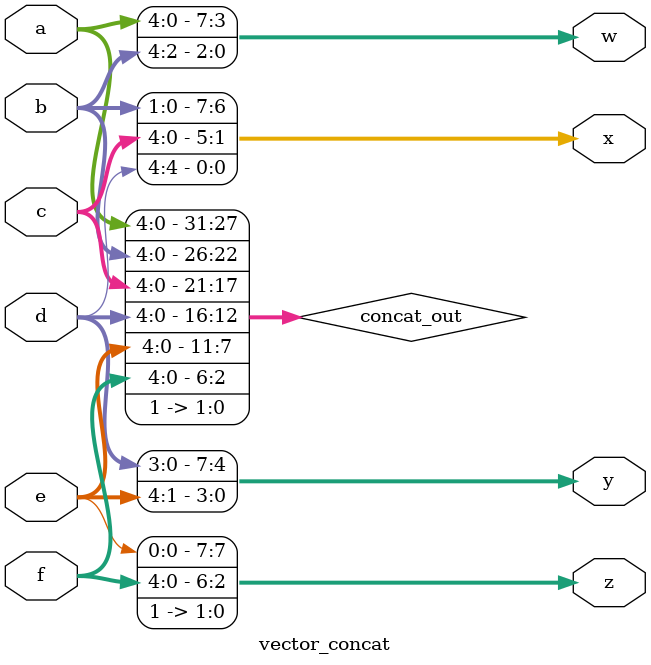
<source format=v>
module vector_concat (
    input [4:0] a, b, c, d, e, f,
    output [7:0] w, x, y, z
);

    wire [31:0] concat_out;
    assign concat_out = {
        a[4:0], 
        b[4:0],
        c[4:0],
        d[4:0],
        e[4:0],
        f[4:0],
        2'b11 // two 1-bits
    };
    // assign outputs
    assign w = concat_out[31:24];
    assign x = concat_out[23:16];
    assign y = concat_out[15:8];
    assign z = concat_out[7:0];  

endmodule
</source>
